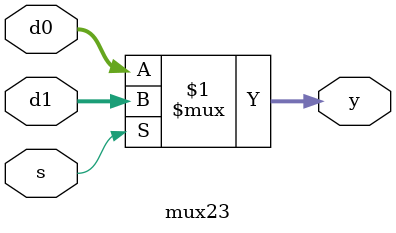
<source format=v>
`timescale 1ns/10ps
module mux23(d0, d1, s, y);

input s;
input [2:0] d0, d1;
output [2:0] y;

assign y = s?d1 :d0;

endmodule

</source>
